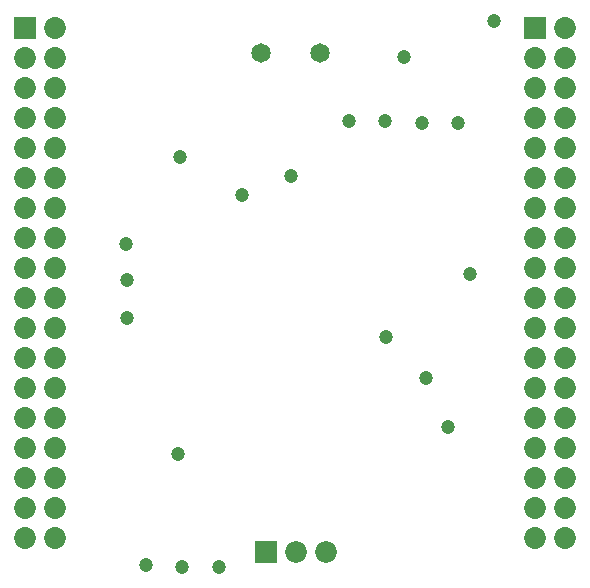
<source format=gbs>
G04*
G04 #@! TF.GenerationSoftware,Altium Limited,Altium Designer,23.2.1 (34)*
G04*
G04 Layer_Color=16711935*
%FSLAX44Y44*%
%MOMM*%
G71*
G04*
G04 #@! TF.SameCoordinates,523C6F17-9805-44BE-8DD6-06E41B6C0E98*
G04*
G04*
G04 #@! TF.FilePolarity,Negative*
G04*
G01*
G75*
%ADD46C,1.6532*%
%ADD47C,1.8532*%
%ADD48R,1.8532X1.8532*%
%ADD49C,1.8400*%
%ADD50R,1.8400X1.8400*%
%ADD51C,1.2032*%
D46*
X271540Y458140D02*
D03*
X221540D02*
D03*
D47*
X478790Y46990D02*
D03*
Y72390D02*
D03*
X453390Y46990D02*
D03*
Y72390D02*
D03*
X478790Y123190D02*
D03*
X453390D02*
D03*
X478790Y173990D02*
D03*
X453390D02*
D03*
X478790Y250190D02*
D03*
X453390D02*
D03*
X478790Y300990D02*
D03*
X453390D02*
D03*
X478790Y351790D02*
D03*
X453390D02*
D03*
X478790Y377190D02*
D03*
X453390D02*
D03*
X478790Y453390D02*
D03*
X453390D02*
D03*
X478790Y478790D02*
D03*
X453390Y427990D02*
D03*
X478790D02*
D03*
X453390Y402590D02*
D03*
X478790D02*
D03*
X453390Y326390D02*
D03*
X478790D02*
D03*
X453390Y275590D02*
D03*
X478790D02*
D03*
X453390Y224790D02*
D03*
X478790D02*
D03*
X453390Y199390D02*
D03*
X478790D02*
D03*
X453390Y148590D02*
D03*
X478790D02*
D03*
X453390Y97790D02*
D03*
X478790D02*
D03*
X46990Y46990D02*
D03*
Y72390D02*
D03*
X21590Y46990D02*
D03*
Y72390D02*
D03*
X46990Y123190D02*
D03*
X21590D02*
D03*
X46990Y173990D02*
D03*
X21590D02*
D03*
X46990Y250190D02*
D03*
X21590D02*
D03*
X46990Y300990D02*
D03*
X21590D02*
D03*
X46990Y351790D02*
D03*
X21590D02*
D03*
X46990Y377190D02*
D03*
X21590D02*
D03*
X46990Y453390D02*
D03*
X21590D02*
D03*
X46990Y478790D02*
D03*
X21590Y427990D02*
D03*
X46990D02*
D03*
X21590Y402590D02*
D03*
X46990D02*
D03*
X21590Y326390D02*
D03*
X46990D02*
D03*
X21590Y275590D02*
D03*
X46990D02*
D03*
X21590Y224790D02*
D03*
X46990D02*
D03*
X21590Y199390D02*
D03*
X46990D02*
D03*
X21590Y148590D02*
D03*
X46990D02*
D03*
X21590Y97790D02*
D03*
X46990D02*
D03*
D48*
X453390Y478790D02*
D03*
X21590D02*
D03*
D49*
X276860Y35560D02*
D03*
X251460D02*
D03*
D50*
X226060D02*
D03*
D51*
X342900Y454660D02*
D03*
X246604Y353468D02*
D03*
X205740Y337820D02*
D03*
X419100Y485140D02*
D03*
X151130Y118110D02*
D03*
X152516Y370223D02*
D03*
X388620Y398780D02*
D03*
X357565Y398845D02*
D03*
X326390Y400050D02*
D03*
X295797Y400727D02*
D03*
X398780Y270510D02*
D03*
X327660Y217170D02*
D03*
X360812Y182448D02*
D03*
X379730Y140970D02*
D03*
X186100Y23101D02*
D03*
X154940Y22860D02*
D03*
X124460Y24130D02*
D03*
X107950Y233680D02*
D03*
Y265430D02*
D03*
X107096Y296326D02*
D03*
M02*

</source>
